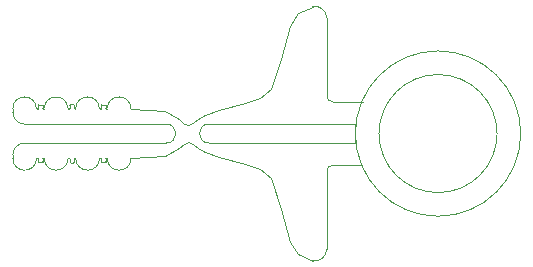
<source format=gm1>
G04*
G04 #@! TF.GenerationSoftware,Altium Limited,Altium Designer,21.2.2 (38)*
G04*
G04 Layer_Color=16711935*
%FSLAX44Y44*%
%MOMM*%
G71*
G04*
G04 #@! TF.SameCoordinates,38469D2A-1F5E-4814-807B-87B784357471*
G04*
G04*
G04 #@! TF.FilePolarity,Positive*
G04*
G01*
G75*
%ADD16C,0.0130*%
%ADD17C,0.0127*%
D16*
X-194051Y7995D02*
G03*
X-194051Y-7995I0J-7995D01*
G01*
X-69514Y8003D02*
G03*
X-69516Y-7994I60146J-8003D01*
G01*
X-194051Y-8001D02*
X-69564D01*
X-194051Y8005D02*
X-69565D01*
D17*
X-311935Y-21476D02*
G03*
X-312435Y-21000I-499J-24D01*
G01*
X-89178Y-26810D02*
G03*
X-94178Y-31810I0J-5000D01*
G01*
Y31810D02*
G03*
X-89178Y26810I5000J0D01*
G01*
X-106045Y-107526D02*
G03*
X-94178Y-97702I1867J9824D01*
G01*
X70000Y0D02*
G03*
X70000Y0I-70000J0D01*
G01*
X50000D02*
G03*
X50000Y0I-50000J0D01*
G01*
X-94178Y97702D02*
G03*
X-106045Y107526I-10000J0D01*
G01*
X-230051Y-8000D02*
G03*
X-230051Y8000I0J8000D01*
G01*
X-350051Y-8000D02*
G03*
X-360051Y-18000I0J-10000D01*
G01*
Y-21000D02*
G03*
X-340062Y-21476I10000J0D01*
G01*
X-333380D02*
G03*
X-333879Y-21000I-499J-24D01*
G01*
X-334391D02*
G03*
X-334891Y-21500I0J-500D01*
G01*
X-338551D02*
G03*
X-339051Y-21000I-500J0D01*
G01*
X-339563D02*
G03*
X-340062Y-21476I0J-500D01*
G01*
X-335391Y-24500D02*
G03*
X-334891Y-24000I0J500D01*
G01*
X-338551D02*
G03*
X-338051Y-24500I500J0D01*
G01*
X-333380Y-21476D02*
G03*
X-313403Y-21476I9989J476D01*
G01*
X-312903Y-21000D02*
G03*
X-313403Y-21476I0J-500D01*
G01*
X-311935Y-24000D02*
G03*
X-310935Y-25000I1000J0D01*
G01*
X-309168D02*
G03*
X-308168Y-24000I0J1000D01*
G01*
X-307668Y-21000D02*
G03*
X-308168Y-21500I0J-500D01*
G01*
X-306700Y-21476D02*
G03*
X-307199Y-21000I-499J-24D01*
G01*
X-306700Y-21476D02*
G03*
X-286723Y-21476I9989J476D01*
G01*
X-286223Y-21000D02*
G03*
X-286723Y-21476I0J-500D01*
G01*
X-285211Y-21500D02*
G03*
X-285711Y-21000I-500J0D01*
G01*
X-285211Y-24000D02*
G03*
X-284711Y-24500I500J0D01*
G01*
X-282051D02*
G03*
X-281551Y-24000I0J500D01*
G01*
X-281051Y-21000D02*
G03*
X-281551Y-21500I0J-500D01*
G01*
X-280040Y-21476D02*
G03*
X-280539Y-21000I-499J-24D01*
G01*
X-280040Y-21476D02*
G03*
X-260051Y-21000I9989J476D01*
G01*
X-360051Y18000D02*
G03*
X-350051Y8000I10000J0D01*
G01*
X-286723Y21476D02*
G03*
X-286223Y21000I499J24D01*
G01*
X-285711D02*
G03*
X-285211Y21500I0J500D01*
G01*
X-281551D02*
G03*
X-281051Y21000I500J0D01*
G01*
X-280539D02*
G03*
X-280040Y21476I0J500D01*
G01*
X-284711Y24500D02*
G03*
X-285211Y24000I0J-500D01*
G01*
X-281551D02*
G03*
X-282051Y24500I-500J0D01*
G01*
X-338051D02*
G03*
X-338551Y24000I0J-500D01*
G01*
X-334891D02*
G03*
X-335391Y24500I-500J0D01*
G01*
X-340062Y21476D02*
G03*
X-339563Y21000I499J24D01*
G01*
X-339051D02*
G03*
X-338551Y21500I0J500D01*
G01*
X-334891D02*
G03*
X-334391Y21000I500J0D01*
G01*
X-333879D02*
G03*
X-333380Y21476I0J500D01*
G01*
X-308168Y21500D02*
G03*
X-307668Y21000I500J0D01*
G01*
X-307199D02*
G03*
X-306700Y21476I0J500D01*
G01*
X-313403D02*
G03*
X-312903Y21000I499J24D01*
G01*
X-312435D02*
G03*
X-311935Y21500I0J500D01*
G01*
X-308168Y24000D02*
G03*
X-309168Y25000I-1000J0D01*
G01*
X-310935D02*
G03*
X-311935Y24000I0J-1000D01*
G01*
X-260051Y21000D02*
G03*
X-280040Y21476I-10000J0D01*
G01*
X-286723D02*
G03*
X-306700Y21476I-9989J-476D01*
G01*
X-313403D02*
G03*
X-333380Y21476I-9989J-476D01*
G01*
X-340062D02*
G03*
X-360051Y21000I-9989J-476D01*
G01*
X-118201Y-101783D02*
X-106045Y-107526D01*
X-125528Y-91424D02*
X-118201Y-101783D01*
X-132687Y-63504D02*
X-125528Y-91424D01*
X-141445Y-37397D02*
X-132687Y-63504D01*
X-150694Y-29737D02*
X-141445Y-37397D01*
X-163284Y-25986D02*
X-150694Y-29737D01*
X-185333Y-20045D02*
X-163284Y-25986D01*
X-197080Y-16035D02*
X-185333Y-20045D01*
X-203432Y-12388D02*
X-197080Y-16035D01*
X-206909Y-9583D02*
X-203432Y-12388D01*
X-211216Y-7381D02*
X-206909Y-9583D01*
X-214820Y-8510D02*
X-211216Y-7381D01*
X-219431Y-12483D02*
X-214820Y-8510D01*
X-231022Y-18695D02*
X-219431Y-12483D01*
X-260051Y-21000D02*
X-231022Y-18695D01*
X-118201Y101783D02*
X-106045Y107526D01*
X-125528Y91424D02*
X-118201Y101783D01*
X-132687Y63504D02*
X-125528Y91424D01*
X-141445Y37397D02*
X-132687Y63504D01*
X-150694Y29737D02*
X-141445Y37397D01*
X-163284Y25986D02*
X-150694Y29737D01*
X-185333Y20045D02*
X-163284Y25986D01*
X-197080Y16035D02*
X-185333Y20045D01*
X-203432Y12388D02*
X-197080Y16035D01*
X-206909Y9583D02*
X-203432Y12388D01*
X-211216Y7381D02*
X-206909Y9583D01*
X-214820Y8510D02*
X-211216Y7381D01*
X-219431Y12483D02*
X-214820Y8510D01*
X-231022Y18695D02*
X-219431Y12483D01*
X-260051Y21000D02*
X-231022Y18695D01*
X-89178Y-26810D02*
X-64662D01*
X-94178Y-97702D02*
Y-31810D01*
X-89178Y26810D02*
X-63242D01*
X-94178Y31810D02*
Y97702D01*
X-260051Y-8000D02*
X-230051D01*
X-260051Y8000D02*
X-230051D01*
X-360051Y-21000D02*
Y-18000D01*
X-350051Y-8000D02*
X-260051D01*
X-339563Y-21000D02*
X-339051D01*
X-334391D02*
X-333879D01*
X-338051Y-24500D02*
X-335391D01*
X-338551Y-24000D02*
Y-21500D01*
X-334891Y-24000D02*
Y-21500D01*
X-312903Y-21000D02*
X-312435D01*
X-311935Y-24000D02*
Y-21500D01*
X-310935Y-25000D02*
X-309168D01*
X-308168Y-24000D02*
Y-21500D01*
X-307668Y-21000D02*
X-307199D01*
X-286223D02*
X-285711D01*
X-285211Y-24000D02*
Y-21500D01*
X-284711Y-24500D02*
X-282051D01*
X-281551Y-24000D02*
Y-21500D01*
X-307668Y21000D02*
X-307199D01*
X-350051Y8000D02*
X-260051D01*
X-308168Y21500D02*
Y24000D01*
X-311935Y21500D02*
Y24000D01*
X-310935Y25000D02*
X-309168D01*
X-312903Y21000D02*
X-312435D01*
X-286223D02*
X-285711D01*
X-281051D02*
X-280539D01*
X-281551Y21500D02*
Y24000D01*
X-284711Y24500D02*
X-282051D01*
X-285211Y21500D02*
Y24000D01*
X-334891Y21500D02*
Y24000D01*
X-338551Y21500D02*
Y24000D01*
X-338051Y24500D02*
X-335391D01*
X-334391Y21000D02*
X-333879D01*
X-339563D02*
X-339051D01*
X-281051Y-21000D02*
X-280539D01*
X-360051Y18000D02*
Y21000D01*
M02*

</source>
